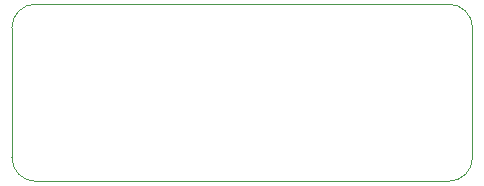
<source format=gbr>
%TF.GenerationSoftware,KiCad,Pcbnew,8.0.6*%
%TF.CreationDate,2024-12-29T16:51:47+05:30*%
%TF.ProjectId,STM32_RF,53544d33-325f-4524-962e-6b696361645f,rev?*%
%TF.SameCoordinates,Original*%
%TF.FileFunction,Profile,NP*%
%FSLAX46Y46*%
G04 Gerber Fmt 4.6, Leading zero omitted, Abs format (unit mm)*
G04 Created by KiCad (PCBNEW 8.0.6) date 2024-12-29 16:51:47*
%MOMM*%
%LPD*%
G01*
G04 APERTURE LIST*
%TA.AperFunction,Profile*%
%ADD10C,0.050000*%
%TD*%
G04 APERTURE END LIST*
D10*
X191500000Y-81500000D02*
X156500000Y-81500000D01*
X154500000Y-68500000D02*
X154500000Y-79500000D01*
X193500000Y-79500000D02*
G75*
G02*
X191500000Y-81500000I-2000000J0D01*
G01*
X154500000Y-68500000D02*
G75*
G02*
X156500000Y-66500000I2000000J0D01*
G01*
X193500000Y-68500000D02*
X193500000Y-79500000D01*
X191500000Y-66500000D02*
G75*
G02*
X193500000Y-68500000I0J-2000000D01*
G01*
X156500000Y-66500000D02*
X191500000Y-66500000D01*
X156500000Y-81500000D02*
G75*
G02*
X154500000Y-79500000I0J2000000D01*
G01*
M02*

</source>
